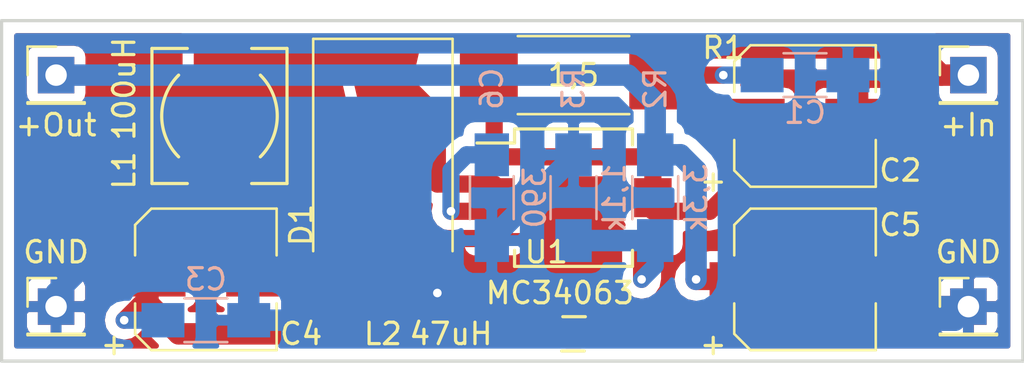
<source format=kicad_pcb>
(kicad_pcb (version 4) (host pcbnew 4.0.7)

  (general
    (links 28)
    (no_connects 0)
    (area 126.289999 67.869999 174.065001 83.895001)
    (thickness 1.6)
    (drawings 4)
    (tracks 79)
    (zones 0)
    (modules 17)
    (nets 9)
  )

  (page A4)
  (layers
    (0 F.Cu signal)
    (31 B.Cu signal)
    (32 B.Adhes user)
    (33 F.Adhes user)
    (34 B.Paste user)
    (35 F.Paste user)
    (36 B.SilkS user)
    (37 F.SilkS user)
    (38 B.Mask user)
    (39 F.Mask user)
    (40 Dwgs.User user)
    (41 Cmts.User user)
    (42 Eco1.User user)
    (43 Eco2.User user)
    (44 Edge.Cuts user)
    (45 Margin user)
    (46 B.CrtYd user)
    (47 F.CrtYd user)
    (48 B.Fab user)
    (49 F.Fab user)
  )

  (setup
    (last_trace_width 1)
    (user_trace_width 0.3)
    (user_trace_width 0.5)
    (user_trace_width 0.8)
    (user_trace_width 1)
    (user_trace_width 2)
    (trace_clearance 0.2)
    (zone_clearance 0.508)
    (zone_45_only no)
    (trace_min 0.2)
    (segment_width 0.2)
    (edge_width 0.15)
    (via_size 0.6)
    (via_drill 0.4)
    (via_min_size 0.4)
    (via_min_drill 0.3)
    (uvia_size 0.3)
    (uvia_drill 0.1)
    (uvias_allowed no)
    (uvia_min_size 0.2)
    (uvia_min_drill 0.1)
    (pcb_text_width 0.3)
    (pcb_text_size 1.5 1.5)
    (mod_edge_width 0.15)
    (mod_text_size 1 1)
    (mod_text_width 0.15)
    (pad_size 1.524 1.524)
    (pad_drill 0.762)
    (pad_to_mask_clearance 0.2)
    (aux_axis_origin 0 0)
    (visible_elements FFFFFF7F)
    (pcbplotparams
      (layerselection 0x00030_80000001)
      (usegerberextensions false)
      (excludeedgelayer true)
      (linewidth 0.100000)
      (plotframeref false)
      (viasonmask false)
      (mode 1)
      (useauxorigin false)
      (hpglpennumber 1)
      (hpglpenspeed 20)
      (hpglpendiameter 15)
      (hpglpenoverlay 2)
      (psnegative false)
      (psa4output false)
      (plotreference true)
      (plotvalue true)
      (plotinvisibletext false)
      (padsonsilk false)
      (subtractmaskfromsilk false)
      (outputformat 1)
      (mirror false)
      (drillshape 1)
      (scaleselection 1)
      (outputdirectory ""))
  )

  (net 0 "")
  (net 1 "Net-(C1-Pad1)")
  (net 2 GND)
  (net 3 "Net-(C3-Pad1)")
  (net 4 "Net-(C5-Pad1)")
  (net 5 "Net-(C6-Pad1)")
  (net 6 "Net-(D1-Pad1)")
  (net 7 "Net-(R1-Pad2)")
  (net 8 "Net-(R2-Pad1)")

  (net_class Default "Это класс цепей по умолчанию."
    (clearance 0.2)
    (trace_width 0.25)
    (via_dia 0.6)
    (via_drill 0.4)
    (uvia_dia 0.3)
    (uvia_drill 0.1)
    (add_net GND)
    (add_net "Net-(C1-Pad1)")
    (add_net "Net-(C3-Pad1)")
    (add_net "Net-(C5-Pad1)")
    (add_net "Net-(C6-Pad1)")
    (add_net "Net-(D1-Pad1)")
    (add_net "Net-(R1-Pad2)")
    (add_net "Net-(R2-Pad1)")
  )

  (module Capacitors_SMD:C_1206_HandSoldering (layer B.Cu) (tedit 58AA84D1) (tstamp 5B11B0DC)
    (at 163.83 70.485)
    (descr "Capacitor SMD 1206, hand soldering")
    (tags "capacitor 1206")
    (path /5B10442C)
    (attr smd)
    (fp_text reference C1 (at 0 1.75) (layer B.SilkS)
      (effects (font (size 1 1) (thickness 0.15)) (justify mirror))
    )
    (fp_text value 0,1 (at 0 -2) (layer B.Fab)
      (effects (font (size 1 1) (thickness 0.15)) (justify mirror))
    )
    (fp_text user %R (at 0 1.75) (layer B.Fab)
      (effects (font (size 1 1) (thickness 0.15)) (justify mirror))
    )
    (fp_line (start -1.6 -0.8) (end -1.6 0.8) (layer B.Fab) (width 0.1))
    (fp_line (start 1.6 -0.8) (end -1.6 -0.8) (layer B.Fab) (width 0.1))
    (fp_line (start 1.6 0.8) (end 1.6 -0.8) (layer B.Fab) (width 0.1))
    (fp_line (start -1.6 0.8) (end 1.6 0.8) (layer B.Fab) (width 0.1))
    (fp_line (start 1 1.02) (end -1 1.02) (layer B.SilkS) (width 0.12))
    (fp_line (start -1 -1.02) (end 1 -1.02) (layer B.SilkS) (width 0.12))
    (fp_line (start -3.25 1.05) (end 3.25 1.05) (layer B.CrtYd) (width 0.05))
    (fp_line (start -3.25 1.05) (end -3.25 -1.05) (layer B.CrtYd) (width 0.05))
    (fp_line (start 3.25 -1.05) (end 3.25 1.05) (layer B.CrtYd) (width 0.05))
    (fp_line (start 3.25 -1.05) (end -3.25 -1.05) (layer B.CrtYd) (width 0.05))
    (pad 1 smd rect (at -2 0) (size 2 1.6) (layers B.Cu B.Paste B.Mask)
      (net 1 "Net-(C1-Pad1)"))
    (pad 2 smd rect (at 2 0) (size 2 1.6) (layers B.Cu B.Paste B.Mask)
      (net 2 GND))
    (model Capacitors_SMD.3dshapes/C_1206.wrl
      (at (xyz 0 0 0))
      (scale (xyz 1 1 1))
      (rotate (xyz 0 0 0))
    )
  )

  (module Capacitors_SMD:CP_Elec_6.3x5.7 (layer F.Cu) (tedit 5B11E0E6) (tstamp 5B11B0E2)
    (at 163.83 72.39)
    (descr "SMT capacitor, aluminium electrolytic, 6.3x5.7")
    (path /5B104496)
    (attr smd)
    (fp_text reference C2 (at 4.445 2.54) (layer F.SilkS)
      (effects (font (size 1 1) (thickness 0.15)))
    )
    (fp_text value 100,0 (at 0 -4.56) (layer F.Fab)
      (effects (font (size 1 1) (thickness 0.15)))
    )
    (fp_circle (center 0 0) (end 0.6 3) (layer F.Fab) (width 0.1))
    (fp_text user + (at -1.79 -0.06) (layer F.Fab)
      (effects (font (size 1 1) (thickness 0.15)))
    )
    (fp_text user + (at -4.28 3.01) (layer F.SilkS)
      (effects (font (size 1 1) (thickness 0.15)))
    )
    (fp_text user %R (at 4.445 2.54) (layer F.Fab)
      (effects (font (size 1 1) (thickness 0.15)))
    )
    (fp_line (start 3.15 3.15) (end 3.15 -3.15) (layer F.Fab) (width 0.1))
    (fp_line (start -2.48 3.15) (end 3.15 3.15) (layer F.Fab) (width 0.1))
    (fp_line (start -3.15 2.48) (end -2.48 3.15) (layer F.Fab) (width 0.1))
    (fp_line (start -3.15 -2.48) (end -3.15 2.48) (layer F.Fab) (width 0.1))
    (fp_line (start -2.48 -3.15) (end -3.15 -2.48) (layer F.Fab) (width 0.1))
    (fp_line (start 3.15 -3.15) (end -2.48 -3.15) (layer F.Fab) (width 0.1))
    (fp_line (start 3.3 -3.3) (end 3.3 -1.12) (layer F.SilkS) (width 0.12))
    (fp_line (start 3.3 3.3) (end 3.3 1.12) (layer F.SilkS) (width 0.12))
    (fp_line (start -3.3 2.54) (end -3.3 1.12) (layer F.SilkS) (width 0.12))
    (fp_line (start -3.3 -2.54) (end -3.3 -1.12) (layer F.SilkS) (width 0.12))
    (fp_line (start 3.3 3.3) (end -2.54 3.3) (layer F.SilkS) (width 0.12))
    (fp_line (start -2.54 3.3) (end -3.3 2.54) (layer F.SilkS) (width 0.12))
    (fp_line (start -3.3 -2.54) (end -2.54 -3.3) (layer F.SilkS) (width 0.12))
    (fp_line (start -2.54 -3.3) (end 3.3 -3.3) (layer F.SilkS) (width 0.12))
    (fp_line (start -4.7 -3.4) (end 4.7 -3.4) (layer F.CrtYd) (width 0.05))
    (fp_line (start -4.7 -3.4) (end -4.7 3.4) (layer F.CrtYd) (width 0.05))
    (fp_line (start 4.7 3.4) (end 4.7 -3.4) (layer F.CrtYd) (width 0.05))
    (fp_line (start 4.7 3.4) (end -4.7 3.4) (layer F.CrtYd) (width 0.05))
    (pad 1 smd rect (at -2.7 0 180) (size 3.5 1.6) (layers F.Cu F.Paste F.Mask)
      (net 1 "Net-(C1-Pad1)"))
    (pad 2 smd rect (at 2.7 0 180) (size 3.5 1.6) (layers F.Cu F.Paste F.Mask)
      (net 2 GND))
    (model Capacitors_SMD.3dshapes/CP_Elec_6.3x5.7.wrl
      (at (xyz 0 0 0))
      (scale (xyz 1 1 1))
      (rotate (xyz 0 0 180))
    )
  )

  (module Capacitors_SMD:C_1206_HandSoldering (layer B.Cu) (tedit 5B11E019) (tstamp 5B11B0E8)
    (at 135.89 81.915)
    (descr "Capacitor SMD 1206, hand soldering")
    (tags "capacitor 1206")
    (path /5B1040CD)
    (attr smd)
    (fp_text reference C3 (at 0 -1.905) (layer B.SilkS)
      (effects (font (size 1 1) (thickness 0.15)) (justify mirror))
    )
    (fp_text value 0,1 (at 0 -2) (layer B.Fab)
      (effects (font (size 1 1) (thickness 0.15)) (justify mirror))
    )
    (fp_text user %R (at 0 1.75) (layer B.Fab)
      (effects (font (size 1 1) (thickness 0.15)) (justify mirror))
    )
    (fp_line (start -1.6 -0.8) (end -1.6 0.8) (layer B.Fab) (width 0.1))
    (fp_line (start 1.6 -0.8) (end -1.6 -0.8) (layer B.Fab) (width 0.1))
    (fp_line (start 1.6 0.8) (end 1.6 -0.8) (layer B.Fab) (width 0.1))
    (fp_line (start -1.6 0.8) (end 1.6 0.8) (layer B.Fab) (width 0.1))
    (fp_line (start 1 1.02) (end -1 1.02) (layer B.SilkS) (width 0.12))
    (fp_line (start -1 -1.02) (end 1 -1.02) (layer B.SilkS) (width 0.12))
    (fp_line (start -3.25 1.05) (end 3.25 1.05) (layer B.CrtYd) (width 0.05))
    (fp_line (start -3.25 1.05) (end -3.25 -1.05) (layer B.CrtYd) (width 0.05))
    (fp_line (start 3.25 -1.05) (end 3.25 1.05) (layer B.CrtYd) (width 0.05))
    (fp_line (start 3.25 -1.05) (end -3.25 -1.05) (layer B.CrtYd) (width 0.05))
    (pad 1 smd rect (at -2 0) (size 2 1.6) (layers B.Cu B.Paste B.Mask)
      (net 3 "Net-(C3-Pad1)"))
    (pad 2 smd rect (at 2 0) (size 2 1.6) (layers B.Cu B.Paste B.Mask)
      (net 2 GND))
    (model Capacitors_SMD.3dshapes/C_1206.wrl
      (at (xyz 0 0 0))
      (scale (xyz 1 1 1))
      (rotate (xyz 0 0 0))
    )
  )

  (module Capacitors_SMD:CP_Elec_6.3x5.7 (layer F.Cu) (tedit 5B11E12F) (tstamp 5B11B0EE)
    (at 135.89 80.01)
    (descr "SMT capacitor, aluminium electrolytic, 6.3x5.7")
    (path /5B103FE5)
    (attr smd)
    (fp_text reference C4 (at 4.445 2.54) (layer F.SilkS)
      (effects (font (size 1 1) (thickness 0.15)))
    )
    (fp_text value 220,0 (at 0 -4.56) (layer F.Fab)
      (effects (font (size 1 1) (thickness 0.15)))
    )
    (fp_circle (center 0 0) (end 0.6 3) (layer F.Fab) (width 0.1))
    (fp_text user + (at -1.79 -0.06) (layer F.Fab)
      (effects (font (size 1 1) (thickness 0.15)))
    )
    (fp_text user + (at -4.28 3.01) (layer F.SilkS)
      (effects (font (size 1 1) (thickness 0.15)))
    )
    (fp_text user %R (at 4.445 2.54) (layer F.Fab)
      (effects (font (size 1 1) (thickness 0.15)))
    )
    (fp_line (start 3.15 3.15) (end 3.15 -3.15) (layer F.Fab) (width 0.1))
    (fp_line (start -2.48 3.15) (end 3.15 3.15) (layer F.Fab) (width 0.1))
    (fp_line (start -3.15 2.48) (end -2.48 3.15) (layer F.Fab) (width 0.1))
    (fp_line (start -3.15 -2.48) (end -3.15 2.48) (layer F.Fab) (width 0.1))
    (fp_line (start -2.48 -3.15) (end -3.15 -2.48) (layer F.Fab) (width 0.1))
    (fp_line (start 3.15 -3.15) (end -2.48 -3.15) (layer F.Fab) (width 0.1))
    (fp_line (start 3.3 -3.3) (end 3.3 -1.12) (layer F.SilkS) (width 0.12))
    (fp_line (start 3.3 3.3) (end 3.3 1.12) (layer F.SilkS) (width 0.12))
    (fp_line (start -3.3 2.54) (end -3.3 1.12) (layer F.SilkS) (width 0.12))
    (fp_line (start -3.3 -2.54) (end -3.3 -1.12) (layer F.SilkS) (width 0.12))
    (fp_line (start 3.3 3.3) (end -2.54 3.3) (layer F.SilkS) (width 0.12))
    (fp_line (start -2.54 3.3) (end -3.3 2.54) (layer F.SilkS) (width 0.12))
    (fp_line (start -3.3 -2.54) (end -2.54 -3.3) (layer F.SilkS) (width 0.12))
    (fp_line (start -2.54 -3.3) (end 3.3 -3.3) (layer F.SilkS) (width 0.12))
    (fp_line (start -4.7 -3.4) (end 4.7 -3.4) (layer F.CrtYd) (width 0.05))
    (fp_line (start -4.7 -3.4) (end -4.7 3.4) (layer F.CrtYd) (width 0.05))
    (fp_line (start 4.7 3.4) (end 4.7 -3.4) (layer F.CrtYd) (width 0.05))
    (fp_line (start 4.7 3.4) (end -4.7 3.4) (layer F.CrtYd) (width 0.05))
    (pad 1 smd rect (at -2.7 0 180) (size 3.5 1.6) (layers F.Cu F.Paste F.Mask)
      (net 3 "Net-(C3-Pad1)"))
    (pad 2 smd rect (at 2.7 0 180) (size 3.5 1.6) (layers F.Cu F.Paste F.Mask)
      (net 2 GND))
    (model Capacitors_SMD.3dshapes/CP_Elec_6.3x5.7.wrl
      (at (xyz 0 0 0))
      (scale (xyz 1 1 1))
      (rotate (xyz 0 0 180))
    )
  )

  (module Capacitors_SMD:CP_Elec_6.3x5.7 (layer F.Cu) (tedit 5B11E0EB) (tstamp 5B11B0F4)
    (at 163.83 80.01)
    (descr "SMT capacitor, aluminium electrolytic, 6.3x5.7")
    (path /5B10405D)
    (attr smd)
    (fp_text reference C5 (at 4.445 -2.54) (layer F.SilkS)
      (effects (font (size 1 1) (thickness 0.15)))
    )
    (fp_text value 100,0 (at 0 -4.56) (layer F.Fab)
      (effects (font (size 1 1) (thickness 0.15)))
    )
    (fp_circle (center 0 0) (end 0.6 3) (layer F.Fab) (width 0.1))
    (fp_text user + (at -1.79 -0.06) (layer F.Fab)
      (effects (font (size 1 1) (thickness 0.15)))
    )
    (fp_text user + (at -4.28 3.01) (layer F.SilkS)
      (effects (font (size 1 1) (thickness 0.15)))
    )
    (fp_text user %R (at 4.445 -2.54) (layer F.Fab)
      (effects (font (size 1 1) (thickness 0.15)))
    )
    (fp_line (start 3.15 3.15) (end 3.15 -3.15) (layer F.Fab) (width 0.1))
    (fp_line (start -2.48 3.15) (end 3.15 3.15) (layer F.Fab) (width 0.1))
    (fp_line (start -3.15 2.48) (end -2.48 3.15) (layer F.Fab) (width 0.1))
    (fp_line (start -3.15 -2.48) (end -3.15 2.48) (layer F.Fab) (width 0.1))
    (fp_line (start -2.48 -3.15) (end -3.15 -2.48) (layer F.Fab) (width 0.1))
    (fp_line (start 3.15 -3.15) (end -2.48 -3.15) (layer F.Fab) (width 0.1))
    (fp_line (start 3.3 -3.3) (end 3.3 -1.12) (layer F.SilkS) (width 0.12))
    (fp_line (start 3.3 3.3) (end 3.3 1.12) (layer F.SilkS) (width 0.12))
    (fp_line (start -3.3 2.54) (end -3.3 1.12) (layer F.SilkS) (width 0.12))
    (fp_line (start -3.3 -2.54) (end -3.3 -1.12) (layer F.SilkS) (width 0.12))
    (fp_line (start 3.3 3.3) (end -2.54 3.3) (layer F.SilkS) (width 0.12))
    (fp_line (start -2.54 3.3) (end -3.3 2.54) (layer F.SilkS) (width 0.12))
    (fp_line (start -3.3 -2.54) (end -2.54 -3.3) (layer F.SilkS) (width 0.12))
    (fp_line (start -2.54 -3.3) (end 3.3 -3.3) (layer F.SilkS) (width 0.12))
    (fp_line (start -4.7 -3.4) (end 4.7 -3.4) (layer F.CrtYd) (width 0.05))
    (fp_line (start -4.7 -3.4) (end -4.7 3.4) (layer F.CrtYd) (width 0.05))
    (fp_line (start 4.7 3.4) (end 4.7 -3.4) (layer F.CrtYd) (width 0.05))
    (fp_line (start 4.7 3.4) (end -4.7 3.4) (layer F.CrtYd) (width 0.05))
    (pad 1 smd rect (at -2.7 0 180) (size 3.5 1.6) (layers F.Cu F.Paste F.Mask)
      (net 4 "Net-(C5-Pad1)"))
    (pad 2 smd rect (at 2.7 0 180) (size 3.5 1.6) (layers F.Cu F.Paste F.Mask)
      (net 2 GND))
    (model Capacitors_SMD.3dshapes/CP_Elec_6.3x5.7.wrl
      (at (xyz 0 0 0))
      (scale (xyz 1 1 1))
      (rotate (xyz 0 0 180))
    )
  )

  (module Capacitors_SMD:C_1206_HandSoldering (layer B.Cu) (tedit 5B11E0A4) (tstamp 5B11B0FA)
    (at 149.225 76.2 270)
    (descr "Capacitor SMD 1206, hand soldering")
    (tags "capacitor 1206")
    (path /5B103E5A)
    (attr smd)
    (fp_text reference C6 (at -5.08 0 270) (layer B.SilkS)
      (effects (font (size 1 1) (thickness 0.15)) (justify mirror))
    )
    (fp_text value 390 (at 0 -2 270) (layer B.SilkS)
      (effects (font (size 1 1) (thickness 0.15)) (justify mirror))
    )
    (fp_text user %R (at -5.08 0 270) (layer B.Fab)
      (effects (font (size 1 1) (thickness 0.15)) (justify mirror))
    )
    (fp_line (start -1.6 -0.8) (end -1.6 0.8) (layer B.Fab) (width 0.1))
    (fp_line (start 1.6 -0.8) (end -1.6 -0.8) (layer B.Fab) (width 0.1))
    (fp_line (start 1.6 0.8) (end 1.6 -0.8) (layer B.Fab) (width 0.1))
    (fp_line (start -1.6 0.8) (end 1.6 0.8) (layer B.Fab) (width 0.1))
    (fp_line (start 1 1.02) (end -1 1.02) (layer B.SilkS) (width 0.12))
    (fp_line (start -1 -1.02) (end 1 -1.02) (layer B.SilkS) (width 0.12))
    (fp_line (start -3.25 1.05) (end 3.25 1.05) (layer B.CrtYd) (width 0.05))
    (fp_line (start -3.25 1.05) (end -3.25 -1.05) (layer B.CrtYd) (width 0.05))
    (fp_line (start 3.25 -1.05) (end 3.25 1.05) (layer B.CrtYd) (width 0.05))
    (fp_line (start 3.25 -1.05) (end -3.25 -1.05) (layer B.CrtYd) (width 0.05))
    (pad 1 smd rect (at -2 0 270) (size 2 1.6) (layers B.Cu B.Paste B.Mask)
      (net 5 "Net-(C6-Pad1)"))
    (pad 2 smd rect (at 2 0 270) (size 2 1.6) (layers B.Cu B.Paste B.Mask)
      (net 2 GND))
    (model Capacitors_SMD.3dshapes/C_1206.wrl
      (at (xyz 0 0 0))
      (scale (xyz 1 1 1))
      (rotate (xyz 0 0 0))
    )
  )

  (module Diodes_SMD:D_SMB-SMC_Universal_Handsoldering (layer F.Cu) (tedit 5B11DFE1) (tstamp 5B11B100)
    (at 144.145 74.295 270)
    (descr "Diode, Universal, SMB(DO-214AA) or SMC (DO-214AB), Handsoldering,")
    (tags "Diode Universal SMB(DO-214AA) SMC (DO-214AB) Handsoldering ")
    (path /5B103EBC)
    (attr smd)
    (fp_text reference D1 (at 3.175 3.81 270) (layer F.SilkS)
      (effects (font (size 1 1) (thickness 0.15)))
    )
    (fp_text value SS34 (at 0 4.1 270) (layer F.Fab)
      (effects (font (size 1 1) (thickness 0.15)))
    )
    (fp_text user %R (at 0 -4.1 270) (layer F.Fab)
      (effects (font (size 1 1) (thickness 0.15)))
    )
    (fp_line (start -5.5 3.25) (end -5.5 -3.25) (layer F.SilkS) (width 0.12))
    (fp_line (start 3.55 3.1) (end -3.55 3.1) (layer F.Fab) (width 0.1))
    (fp_line (start -3.55 3.1) (end -3.55 -3.1) (layer F.Fab) (width 0.1))
    (fp_line (start 3.55 -3.1) (end 3.55 3.1) (layer F.Fab) (width 0.1))
    (fp_line (start 3.55 -3.1) (end -3.55 -3.1) (layer F.Fab) (width 0.1))
    (fp_line (start 2.3 2) (end -2.3 2) (layer F.Fab) (width 0.1))
    (fp_line (start -2.3 2) (end -2.3 -2) (layer F.Fab) (width 0.1))
    (fp_line (start 2.3 -2) (end 2.3 2) (layer F.Fab) (width 0.1))
    (fp_line (start 2.3 -2) (end -2.3 -2) (layer F.Fab) (width 0.1))
    (fp_line (start -5.6 -3.35) (end 5.6 -3.35) (layer F.CrtYd) (width 0.05))
    (fp_line (start 5.6 -3.35) (end 5.6 3.35) (layer F.CrtYd) (width 0.05))
    (fp_line (start 5.6 3.35) (end -5.6 3.35) (layer F.CrtYd) (width 0.05))
    (fp_line (start -5.6 3.35) (end -5.6 -3.35) (layer F.CrtYd) (width 0.05))
    (fp_line (start -0.64944 0.00102) (end -1.55114 0.00102) (layer F.Fab) (width 0.1))
    (fp_line (start 0.50118 0.00102) (end 1.4994 0.00102) (layer F.Fab) (width 0.1))
    (fp_line (start -0.64944 -0.79908) (end -0.64944 0.80112) (layer F.Fab) (width 0.1))
    (fp_line (start 0.50118 0.75032) (end 0.50118 -0.79908) (layer F.Fab) (width 0.1))
    (fp_line (start -0.64944 0.00102) (end 0.50118 0.75032) (layer F.Fab) (width 0.1))
    (fp_line (start -0.64944 0.00102) (end 0.50118 -0.79908) (layer F.Fab) (width 0.1))
    (fp_line (start -5.5 3.25) (end 4.4 3.25) (layer F.SilkS) (width 0.12))
    (fp_line (start -5.5 -3.25) (end 4.4 -3.25) (layer F.SilkS) (width 0.12))
    (pad 1 smd trapezoid (at -3.2 0 270) (size 4.3 2.6) (rect_delta 1 0 ) (layers F.Cu F.Paste F.Mask)
      (net 6 "Net-(D1-Pad1)"))
    (pad 2 smd trapezoid (at 3.2 0 90) (size 4.3 2.6) (rect_delta 1 0 ) (layers F.Cu F.Paste F.Mask)
      (net 2 GND))
    (model ${KISYS3DMOD}/Diodes_SMD.3dshapes/D_SMC.wrl
      (at (xyz 0 0 0))
      (scale (xyz 1 1 1))
      (rotate (xyz 0 0 0))
    )
  )

  (module Choke_SMD:Choke_SMD_6.3x6.3_H3 (layer F.Cu) (tedit 5B11DF7D) (tstamp 5B11B11A)
    (at 136.525 72.39 270)
    (descr "Choke, SMD, 6.3x6.3mm 3mm height")
    (tags "Choke, SMD")
    (path /5B103F40)
    (attr smd)
    (fp_text reference L1 (at 2.54 4.445 270) (layer F.SilkS)
      (effects (font (size 1 1) (thickness 0.15)))
    )
    (fp_text value 100uH (at -1.27 4.445 270) (layer F.SilkS)
      (effects (font (size 1 1) (thickness 0.15)))
    )
    (fp_line (start -3.75 -3.4) (end -3.75 3.4) (layer F.CrtYd) (width 0.05))
    (fp_line (start -3.75 3.4) (end 3.75 3.4) (layer F.CrtYd) (width 0.05))
    (fp_line (start 3.75 3.4) (end 3.75 -3.4) (layer F.CrtYd) (width 0.05))
    (fp_line (start 3.75 -3.4) (end -3.75 -3.4) (layer F.CrtYd) (width 0.05))
    (fp_arc (start 0 0) (end -1.905 -1.905) (angle 90) (layer F.SilkS) (width 0.15))
    (fp_arc (start 0 0) (end 1.905 1.905) (angle 90) (layer F.SilkS) (width 0.15))
    (fp_line (start 3.15 3.15) (end 3.15 1.5) (layer F.SilkS) (width 0.15))
    (fp_line (start 3.15 -3.15) (end 3.15 -1.5) (layer F.SilkS) (width 0.15))
    (fp_line (start -3.15 3.15) (end -3.15 1.5) (layer F.SilkS) (width 0.15))
    (fp_line (start -3.15 -3.15) (end -3.15 -1.5) (layer F.SilkS) (width 0.15))
    (fp_line (start -3.15 -3.15) (end 3.15 -3.15) (layer F.SilkS) (width 0.15))
    (fp_line (start -3.15 3.15) (end 3.15 3.15) (layer F.SilkS) (width 0.15))
    (pad 1 smd rect (at -2.75 0 270) (size 1.5 2.4) (layers F.Cu F.Paste F.Mask)
      (net 6 "Net-(D1-Pad1)"))
    (pad 2 smd rect (at 2.75 0 270) (size 1.5 2.4) (layers F.Cu F.Paste F.Mask)
      (net 3 "Net-(C3-Pad1)"))
  )

  (module Choke_SMD:Choke_SMD_1206_Handsoldering (layer F.Cu) (tedit 5B11E001) (tstamp 5B11B120)
    (at 153.035 82.55)
    (descr "Choke, Drossel, SMD, 1206, Handsoldering,")
    (tags "Choke, Drossel, SMD, 1206, Handsoldering,")
    (path /5B103FB9)
    (attr smd)
    (fp_text reference L2 (at -8.89 0) (layer F.SilkS)
      (effects (font (size 1 1) (thickness 0.15)))
    )
    (fp_text value 47uH (at -5.715 0) (layer F.SilkS)
      (effects (font (size 1 1) (thickness 0.15)))
    )
    (fp_line (start -0.55118 0.8001) (end 0.50038 0.8001) (layer F.SilkS) (width 0.15))
    (fp_line (start 0.55118 -0.8001) (end -0.50038 -0.8001) (layer F.SilkS) (width 0.15))
    (pad 1 smd rect (at -2.30124 0) (size 2.59842 1.19888) (layers F.Cu F.Paste F.Mask)
      (net 3 "Net-(C3-Pad1)"))
    (pad 2 smd rect (at 2.30124 0) (size 2.60096 1.19888) (layers F.Cu F.Paste F.Mask)
      (net 4 "Net-(C5-Pad1)"))
  )

  (module Resistors_SMD:R_1206_HandSoldering (layer B.Cu) (tedit 5B11E082) (tstamp 5B11B12C)
    (at 156.845 76.2 90)
    (descr "Resistor SMD 1206, hand soldering")
    (tags "resistor 1206")
    (path /5B104236)
    (attr smd)
    (fp_text reference R2 (at 5.08 0 90) (layer B.SilkS)
      (effects (font (size 1 1) (thickness 0.15)) (justify mirror))
    )
    (fp_text value 3,3k (at 0 1.905 90) (layer B.SilkS)
      (effects (font (size 1 1) (thickness 0.15)) (justify mirror))
    )
    (fp_text user %R (at 0 0 90) (layer B.Fab)
      (effects (font (size 0.7 0.7) (thickness 0.105)) (justify mirror))
    )
    (fp_line (start -1.6 -0.8) (end -1.6 0.8) (layer B.Fab) (width 0.1))
    (fp_line (start 1.6 -0.8) (end -1.6 -0.8) (layer B.Fab) (width 0.1))
    (fp_line (start 1.6 0.8) (end 1.6 -0.8) (layer B.Fab) (width 0.1))
    (fp_line (start -1.6 0.8) (end 1.6 0.8) (layer B.Fab) (width 0.1))
    (fp_line (start 1 -1.07) (end -1 -1.07) (layer B.SilkS) (width 0.12))
    (fp_line (start -1 1.07) (end 1 1.07) (layer B.SilkS) (width 0.12))
    (fp_line (start -3.25 1.11) (end 3.25 1.11) (layer B.CrtYd) (width 0.05))
    (fp_line (start -3.25 1.11) (end -3.25 -1.1) (layer B.CrtYd) (width 0.05))
    (fp_line (start 3.25 -1.1) (end 3.25 1.11) (layer B.CrtYd) (width 0.05))
    (fp_line (start 3.25 -1.1) (end -3.25 -1.1) (layer B.CrtYd) (width 0.05))
    (pad 1 smd rect (at -2 0 90) (size 2 1.7) (layers B.Cu B.Paste B.Mask)
      (net 8 "Net-(R2-Pad1)"))
    (pad 2 smd rect (at 2 0 90) (size 2 1.7) (layers B.Cu B.Paste B.Mask)
      (net 4 "Net-(C5-Pad1)"))
    (model ${KISYS3DMOD}/Resistors_SMD.3dshapes/R_1206.wrl
      (at (xyz 0 0 0))
      (scale (xyz 1 1 1))
      (rotate (xyz 0 0 0))
    )
  )

  (module Resistors_SMD:R_1206_HandSoldering (layer B.Cu) (tedit 5B11E091) (tstamp 5B11B132)
    (at 153.035 76.2 90)
    (descr "Resistor SMD 1206, hand soldering")
    (tags "resistor 1206")
    (path /5B1041BA)
    (attr smd)
    (fp_text reference R3 (at 5.08 0 90) (layer B.SilkS)
      (effects (font (size 1 1) (thickness 0.15)) (justify mirror))
    )
    (fp_text value 1,1k (at 0 1.905 90) (layer B.SilkS)
      (effects (font (size 1 1) (thickness 0.15)) (justify mirror))
    )
    (fp_text user %R (at 0 0 90) (layer B.Fab)
      (effects (font (size 0.7 0.7) (thickness 0.105)) (justify mirror))
    )
    (fp_line (start -1.6 -0.8) (end -1.6 0.8) (layer B.Fab) (width 0.1))
    (fp_line (start 1.6 -0.8) (end -1.6 -0.8) (layer B.Fab) (width 0.1))
    (fp_line (start 1.6 0.8) (end 1.6 -0.8) (layer B.Fab) (width 0.1))
    (fp_line (start -1.6 0.8) (end 1.6 0.8) (layer B.Fab) (width 0.1))
    (fp_line (start 1 -1.07) (end -1 -1.07) (layer B.SilkS) (width 0.12))
    (fp_line (start -1 1.07) (end 1 1.07) (layer B.SilkS) (width 0.12))
    (fp_line (start -3.25 1.11) (end 3.25 1.11) (layer B.CrtYd) (width 0.05))
    (fp_line (start -3.25 1.11) (end -3.25 -1.1) (layer B.CrtYd) (width 0.05))
    (fp_line (start 3.25 -1.1) (end 3.25 1.11) (layer B.CrtYd) (width 0.05))
    (fp_line (start 3.25 -1.1) (end -3.25 -1.1) (layer B.CrtYd) (width 0.05))
    (pad 1 smd rect (at -2 0 90) (size 2 1.7) (layers B.Cu B.Paste B.Mask)
      (net 8 "Net-(R2-Pad1)"))
    (pad 2 smd rect (at 2 0 90) (size 2 1.7) (layers B.Cu B.Paste B.Mask)
      (net 2 GND))
    (model ${KISYS3DMOD}/Resistors_SMD.3dshapes/R_1206.wrl
      (at (xyz 0 0 0))
      (scale (xyz 1 1 1))
      (rotate (xyz 0 0 0))
    )
  )

  (module Housings_SOIC:SO-8_5.3x6.2mm_Pitch1.27mm (layer F.Cu) (tedit 5B11DF5B) (tstamp 5B11B13E)
    (at 153.035 76.2)
    (descr "8-Lead Plastic Small Outline, 5.3x6.2mm Body (http://www.ti.com.cn/cn/lit/ds/symlink/tl7705a.pdf)")
    (tags "SOIC 1.27")
    (path /5B103DA8)
    (attr smd)
    (fp_text reference U1 (at -1.27 2.54) (layer F.SilkS)
      (effects (font (size 1 1) (thickness 0.15)))
    )
    (fp_text value MC34063 (at -0.635 4.445) (layer F.SilkS)
      (effects (font (size 1 1) (thickness 0.15)))
    )
    (fp_text user %R (at 0 0) (layer F.Fab)
      (effects (font (size 1 1) (thickness 0.15)))
    )
    (fp_line (start -1.65 -3.1) (end 2.65 -3.1) (layer F.Fab) (width 0.15))
    (fp_line (start 2.65 -3.1) (end 2.65 3.1) (layer F.Fab) (width 0.15))
    (fp_line (start 2.65 3.1) (end -2.65 3.1) (layer F.Fab) (width 0.15))
    (fp_line (start -2.65 3.1) (end -2.65 -2.1) (layer F.Fab) (width 0.15))
    (fp_line (start -2.65 -2.1) (end -1.65 -3.1) (layer F.Fab) (width 0.15))
    (fp_line (start -4.83 -3.35) (end -4.83 3.35) (layer F.CrtYd) (width 0.05))
    (fp_line (start 4.83 -3.35) (end 4.83 3.35) (layer F.CrtYd) (width 0.05))
    (fp_line (start -4.83 -3.35) (end 4.83 -3.35) (layer F.CrtYd) (width 0.05))
    (fp_line (start -4.83 3.35) (end 4.83 3.35) (layer F.CrtYd) (width 0.05))
    (fp_line (start -2.75 -3.205) (end -2.75 -2.55) (layer F.SilkS) (width 0.15))
    (fp_line (start 2.75 -3.205) (end 2.75 -2.455) (layer F.SilkS) (width 0.15))
    (fp_line (start 2.75 3.205) (end 2.75 2.455) (layer F.SilkS) (width 0.15))
    (fp_line (start -2.75 3.205) (end -2.75 2.455) (layer F.SilkS) (width 0.15))
    (fp_line (start -2.75 -3.205) (end 2.75 -3.205) (layer F.SilkS) (width 0.15))
    (fp_line (start -2.75 3.205) (end 2.75 3.205) (layer F.SilkS) (width 0.15))
    (fp_line (start -2.75 -2.55) (end -4.5 -2.55) (layer F.SilkS) (width 0.15))
    (pad 1 smd rect (at -3.7 -1.905) (size 1.75 0.55) (layers F.Cu F.Paste F.Mask)
      (net 7 "Net-(R1-Pad2)"))
    (pad 2 smd rect (at -3.7 -0.635) (size 1.75 0.55) (layers F.Cu F.Paste F.Mask)
      (net 6 "Net-(D1-Pad1)"))
    (pad 3 smd rect (at -3.7 0.635) (size 1.75 0.55) (layers F.Cu F.Paste F.Mask)
      (net 5 "Net-(C6-Pad1)"))
    (pad 4 smd rect (at -3.7 1.905) (size 1.75 0.55) (layers F.Cu F.Paste F.Mask)
      (net 2 GND))
    (pad 5 smd rect (at 3.7 1.905) (size 1.75 0.55) (layers F.Cu F.Paste F.Mask)
      (net 8 "Net-(R2-Pad1)"))
    (pad 6 smd rect (at 3.7 0.635) (size 1.75 0.55) (layers F.Cu F.Paste F.Mask)
      (net 1 "Net-(C1-Pad1)"))
    (pad 7 smd rect (at 3.7 -0.635) (size 1.75 0.55) (layers F.Cu F.Paste F.Mask)
      (net 7 "Net-(R1-Pad2)"))
    (pad 8 smd rect (at 3.7 -1.905) (size 1.75 0.55) (layers F.Cu F.Paste F.Mask)
      (net 7 "Net-(R1-Pad2)"))
    (model ${KISYS3DMOD}/Housings_SOIC.3dshapes/SO-8_5.3x6.2mm_Pitch1.27mm.wrl
      (at (xyz 0 0 0))
      (scale (xyz 1 1 1))
      (rotate (xyz 0 0 0))
    )
  )

  (module Pin_Headers:Pin_Header_Straight_1x01_Pitch2.54mm (layer F.Cu) (tedit 5B11E10C) (tstamp 5B11B1E1)
    (at 171.45 70.485)
    (descr "Through hole straight pin header, 1x01, 2.54mm pitch, single row")
    (tags "Through hole pin header THT 1x01 2.54mm single row")
    (path /5B104656)
    (fp_text reference J1 (at 0 3.81) (layer F.SilkS) hide
      (effects (font (size 1 1) (thickness 0.15)))
    )
    (fp_text value +In (at 0 2.33) (layer F.SilkS)
      (effects (font (size 1 1) (thickness 0.15)))
    )
    (fp_line (start -0.635 -1.27) (end 1.27 -1.27) (layer F.Fab) (width 0.1))
    (fp_line (start 1.27 -1.27) (end 1.27 1.27) (layer F.Fab) (width 0.1))
    (fp_line (start 1.27 1.27) (end -1.27 1.27) (layer F.Fab) (width 0.1))
    (fp_line (start -1.27 1.27) (end -1.27 -0.635) (layer F.Fab) (width 0.1))
    (fp_line (start -1.27 -0.635) (end -0.635 -1.27) (layer F.Fab) (width 0.1))
    (fp_line (start -1.33 1.33) (end 1.33 1.33) (layer F.SilkS) (width 0.12))
    (fp_line (start -1.33 1.27) (end -1.33 1.33) (layer F.SilkS) (width 0.12))
    (fp_line (start 1.33 1.27) (end 1.33 1.33) (layer F.SilkS) (width 0.12))
    (fp_line (start -1.33 1.27) (end 1.33 1.27) (layer F.SilkS) (width 0.12))
    (fp_line (start -1.33 0) (end -1.33 -1.33) (layer F.SilkS) (width 0.12))
    (fp_line (start -1.33 -1.33) (end 0 -1.33) (layer F.SilkS) (width 0.12))
    (fp_line (start -1.8 -1.8) (end -1.8 1.8) (layer F.CrtYd) (width 0.05))
    (fp_line (start -1.8 1.8) (end 1.8 1.8) (layer F.CrtYd) (width 0.05))
    (fp_line (start 1.8 1.8) (end 1.8 -1.8) (layer F.CrtYd) (width 0.05))
    (fp_line (start 1.8 -1.8) (end -1.8 -1.8) (layer F.CrtYd) (width 0.05))
    (fp_text user %R (at 0 0 90) (layer F.Fab)
      (effects (font (size 1 1) (thickness 0.15)))
    )
    (pad 1 thru_hole rect (at 0 0) (size 1.7 1.7) (drill 1) (layers *.Cu *.Mask)
      (net 1 "Net-(C1-Pad1)"))
    (model ${KISYS3DMOD}/Pin_Headers.3dshapes/Pin_Header_Straight_1x01_Pitch2.54mm.wrl
      (at (xyz 0 0 0))
      (scale (xyz 1 1 1))
      (rotate (xyz 0 0 0))
    )
  )

  (module Pin_Headers:Pin_Header_Straight_1x01_Pitch2.54mm (layer F.Cu) (tedit 5B11E118) (tstamp 5B11B1E5)
    (at 128.905 70.485)
    (descr "Through hole straight pin header, 1x01, 2.54mm pitch, single row")
    (tags "Through hole pin header THT 1x01 2.54mm single row")
    (path /5B1046EE)
    (fp_text reference J2 (at -1.27 3.81) (layer F.SilkS) hide
      (effects (font (size 1 1) (thickness 0.15)))
    )
    (fp_text value +Out (at 0 2.33) (layer F.SilkS)
      (effects (font (size 1 1) (thickness 0.15)))
    )
    (fp_line (start -0.635 -1.27) (end 1.27 -1.27) (layer F.Fab) (width 0.1))
    (fp_line (start 1.27 -1.27) (end 1.27 1.27) (layer F.Fab) (width 0.1))
    (fp_line (start 1.27 1.27) (end -1.27 1.27) (layer F.Fab) (width 0.1))
    (fp_line (start -1.27 1.27) (end -1.27 -0.635) (layer F.Fab) (width 0.1))
    (fp_line (start -1.27 -0.635) (end -0.635 -1.27) (layer F.Fab) (width 0.1))
    (fp_line (start -1.33 1.33) (end 1.33 1.33) (layer F.SilkS) (width 0.12))
    (fp_line (start -1.33 1.27) (end -1.33 1.33) (layer F.SilkS) (width 0.12))
    (fp_line (start 1.33 1.27) (end 1.33 1.33) (layer F.SilkS) (width 0.12))
    (fp_line (start -1.33 1.27) (end 1.33 1.27) (layer F.SilkS) (width 0.12))
    (fp_line (start -1.33 0) (end -1.33 -1.33) (layer F.SilkS) (width 0.12))
    (fp_line (start -1.33 -1.33) (end 0 -1.33) (layer F.SilkS) (width 0.12))
    (fp_line (start -1.8 -1.8) (end -1.8 1.8) (layer F.CrtYd) (width 0.05))
    (fp_line (start -1.8 1.8) (end 1.8 1.8) (layer F.CrtYd) (width 0.05))
    (fp_line (start 1.8 1.8) (end 1.8 -1.8) (layer F.CrtYd) (width 0.05))
    (fp_line (start 1.8 -1.8) (end -1.8 -1.8) (layer F.CrtYd) (width 0.05))
    (fp_text user %R (at 0 0 90) (layer F.Fab)
      (effects (font (size 1 1) (thickness 0.15)))
    )
    (pad 1 thru_hole rect (at 0 0) (size 1.7 1.7) (drill 1) (layers *.Cu *.Mask)
      (net 4 "Net-(C5-Pad1)"))
    (model ${KISYS3DMOD}/Pin_Headers.3dshapes/Pin_Header_Straight_1x01_Pitch2.54mm.wrl
      (at (xyz 0 0 0))
      (scale (xyz 1 1 1))
      (rotate (xyz 0 0 0))
    )
  )

  (module Pin_Headers:Pin_Header_Straight_1x01_Pitch2.54mm (layer F.Cu) (tedit 5B11E110) (tstamp 5B11B1E9)
    (at 171.45 81.28)
    (descr "Through hole straight pin header, 1x01, 2.54mm pitch, single row")
    (tags "Through hole pin header THT 1x01 2.54mm single row")
    (path /5B104804)
    (fp_text reference J3 (at 0 -3.81) (layer F.SilkS) hide
      (effects (font (size 1 1) (thickness 0.15)))
    )
    (fp_text value GND (at 0 -2.54) (layer F.SilkS)
      (effects (font (size 1 1) (thickness 0.15)))
    )
    (fp_line (start -0.635 -1.27) (end 1.27 -1.27) (layer F.Fab) (width 0.1))
    (fp_line (start 1.27 -1.27) (end 1.27 1.27) (layer F.Fab) (width 0.1))
    (fp_line (start 1.27 1.27) (end -1.27 1.27) (layer F.Fab) (width 0.1))
    (fp_line (start -1.27 1.27) (end -1.27 -0.635) (layer F.Fab) (width 0.1))
    (fp_line (start -1.27 -0.635) (end -0.635 -1.27) (layer F.Fab) (width 0.1))
    (fp_line (start -1.33 1.33) (end 1.33 1.33) (layer F.SilkS) (width 0.12))
    (fp_line (start -1.33 1.27) (end -1.33 1.33) (layer F.SilkS) (width 0.12))
    (fp_line (start 1.33 1.27) (end 1.33 1.33) (layer F.SilkS) (width 0.12))
    (fp_line (start -1.33 1.27) (end 1.33 1.27) (layer F.SilkS) (width 0.12))
    (fp_line (start -1.33 0) (end -1.33 -1.33) (layer F.SilkS) (width 0.12))
    (fp_line (start -1.33 -1.33) (end 0 -1.33) (layer F.SilkS) (width 0.12))
    (fp_line (start -1.8 -1.8) (end -1.8 1.8) (layer F.CrtYd) (width 0.05))
    (fp_line (start -1.8 1.8) (end 1.8 1.8) (layer F.CrtYd) (width 0.05))
    (fp_line (start 1.8 1.8) (end 1.8 -1.8) (layer F.CrtYd) (width 0.05))
    (fp_line (start 1.8 -1.8) (end -1.8 -1.8) (layer F.CrtYd) (width 0.05))
    (fp_text user %R (at 0 0 90) (layer F.Fab)
      (effects (font (size 1 1) (thickness 0.15)))
    )
    (pad 1 thru_hole rect (at 0 0) (size 1.7 1.7) (drill 1) (layers *.Cu *.Mask)
      (net 2 GND))
    (model ${KISYS3DMOD}/Pin_Headers.3dshapes/Pin_Header_Straight_1x01_Pitch2.54mm.wrl
      (at (xyz 0 0 0))
      (scale (xyz 1 1 1))
      (rotate (xyz 0 0 0))
    )
  )

  (module Pin_Headers:Pin_Header_Straight_1x01_Pitch2.54mm (layer F.Cu) (tedit 5B11E115) (tstamp 5B11B1ED)
    (at 128.905 81.28)
    (descr "Through hole straight pin header, 1x01, 2.54mm pitch, single row")
    (tags "Through hole pin header THT 1x01 2.54mm single row")
    (path /5B10476B)
    (fp_text reference J4 (at -1.27 -3.81) (layer F.SilkS) hide
      (effects (font (size 1 1) (thickness 0.15)))
    )
    (fp_text value GND (at 0 -2.54) (layer F.SilkS)
      (effects (font (size 1 1) (thickness 0.15)))
    )
    (fp_line (start -0.635 -1.27) (end 1.27 -1.27) (layer F.Fab) (width 0.1))
    (fp_line (start 1.27 -1.27) (end 1.27 1.27) (layer F.Fab) (width 0.1))
    (fp_line (start 1.27 1.27) (end -1.27 1.27) (layer F.Fab) (width 0.1))
    (fp_line (start -1.27 1.27) (end -1.27 -0.635) (layer F.Fab) (width 0.1))
    (fp_line (start -1.27 -0.635) (end -0.635 -1.27) (layer F.Fab) (width 0.1))
    (fp_line (start -1.33 1.33) (end 1.33 1.33) (layer F.SilkS) (width 0.12))
    (fp_line (start -1.33 1.27) (end -1.33 1.33) (layer F.SilkS) (width 0.12))
    (fp_line (start 1.33 1.27) (end 1.33 1.33) (layer F.SilkS) (width 0.12))
    (fp_line (start -1.33 1.27) (end 1.33 1.27) (layer F.SilkS) (width 0.12))
    (fp_line (start -1.33 0) (end -1.33 -1.33) (layer F.SilkS) (width 0.12))
    (fp_line (start -1.33 -1.33) (end 0 -1.33) (layer F.SilkS) (width 0.12))
    (fp_line (start -1.8 -1.8) (end -1.8 1.8) (layer F.CrtYd) (width 0.05))
    (fp_line (start -1.8 1.8) (end 1.8 1.8) (layer F.CrtYd) (width 0.05))
    (fp_line (start 1.8 1.8) (end 1.8 -1.8) (layer F.CrtYd) (width 0.05))
    (fp_line (start 1.8 -1.8) (end -1.8 -1.8) (layer F.CrtYd) (width 0.05))
    (fp_text user %R (at 0 0 90) (layer F.Fab)
      (effects (font (size 1 1) (thickness 0.15)))
    )
    (pad 1 thru_hole rect (at 0 0) (size 1.7 1.7) (drill 1) (layers *.Cu *.Mask)
      (net 2 GND))
    (model ${KISYS3DMOD}/Pin_Headers.3dshapes/Pin_Header_Straight_1x01_Pitch2.54mm.wrl
      (at (xyz 0 0 0))
      (scale (xyz 1 1 1))
      (rotate (xyz 0 0 0))
    )
  )

  (module Resistors_SMD:R_2512_HandSoldering (layer F.Cu) (tedit 5B11E04B) (tstamp 5B11B1F1)
    (at 153.035 70.485 180)
    (descr "Resistor SMD 2512, hand soldering")
    (tags "resistor 2512")
    (path /5B103E0B)
    (attr smd)
    (fp_text reference R1 (at -6.985 1.27 180) (layer F.SilkS)
      (effects (font (size 1 1) (thickness 0.15)))
    )
    (fp_text value 1,5 (at 0 0 180) (layer F.SilkS)
      (effects (font (size 1 1) (thickness 0.15)))
    )
    (fp_text user %R (at -6.985 1.27 180) (layer F.Fab)
      (effects (font (size 1 1) (thickness 0.15)))
    )
    (fp_line (start -3.15 1.6) (end -3.15 -1.6) (layer F.Fab) (width 0.1))
    (fp_line (start 3.15 1.6) (end -3.15 1.6) (layer F.Fab) (width 0.1))
    (fp_line (start 3.15 -1.6) (end 3.15 1.6) (layer F.Fab) (width 0.1))
    (fp_line (start -3.15 -1.6) (end 3.15 -1.6) (layer F.Fab) (width 0.1))
    (fp_line (start 2.6 1.82) (end -2.6 1.82) (layer F.SilkS) (width 0.12))
    (fp_line (start -2.6 -1.82) (end 2.6 -1.82) (layer F.SilkS) (width 0.12))
    (fp_line (start -5.56 -1.85) (end 5.55 -1.85) (layer F.CrtYd) (width 0.05))
    (fp_line (start -5.56 -1.85) (end -5.56 1.85) (layer F.CrtYd) (width 0.05))
    (fp_line (start 5.55 1.85) (end 5.55 -1.85) (layer F.CrtYd) (width 0.05))
    (fp_line (start 5.55 1.85) (end -5.56 1.85) (layer F.CrtYd) (width 0.05))
    (pad 1 smd rect (at -3.95 0 180) (size 2.7 3.2) (layers F.Cu F.Paste F.Mask)
      (net 1 "Net-(C1-Pad1)"))
    (pad 2 smd rect (at 3.95 0 180) (size 2.7 3.2) (layers F.Cu F.Paste F.Mask)
      (net 7 "Net-(R1-Pad2)"))
    (model ${KISYS3DMOD}/Resistors_SMD.3dshapes/R_2512.wrl
      (at (xyz 0 0 0))
      (scale (xyz 1 1 1))
      (rotate (xyz 0 0 0))
    )
  )

  (gr_line (start 126.365 83.82) (end 126.365 67.945) (angle 90) (layer Edge.Cuts) (width 0.15))
  (gr_line (start 173.99 83.82) (end 126.365 83.82) (angle 90) (layer Edge.Cuts) (width 0.15))
  (gr_line (start 173.99 67.945) (end 173.99 83.82) (angle 90) (layer Edge.Cuts) (width 0.15))
  (gr_line (start 126.365 67.945) (end 173.99 67.945) (angle 90) (layer Edge.Cuts) (width 0.15))

  (segment (start 156.735 76.835) (end 159.385 76.835) (width 0.8) (layer F.Cu) (net 1))
  (segment (start 161.13 75.09) (end 161.13 72.39) (width 0.8) (layer F.Cu) (net 1) (tstamp 5B11DCFC))
  (segment (start 159.385 76.835) (end 161.13 75.09) (width 0.8) (layer F.Cu) (net 1) (tstamp 5B11DCF9))
  (segment (start 161.13 72.39) (end 158.89 72.39) (width 1) (layer F.Cu) (net 1))
  (segment (start 158.89 72.39) (end 156.985 70.485) (width 1) (layer F.Cu) (net 1) (tstamp 5B11DCE7))
  (segment (start 161.83 70.485) (end 160.02 70.485) (width 0.8) (layer B.Cu) (net 1))
  (segment (start 160.02 70.485) (end 156.985 70.485) (width 0.8) (layer F.Cu) (net 1) (tstamp 5B11DCD6))
  (via (at 160.02 70.485) (size 0.6) (drill 0.4) (layers F.Cu B.Cu) (net 1))
  (segment (start 171.45 70.485) (end 170.18 70.485) (width 1) (layer F.Cu) (net 1))
  (segment (start 168.91 69.215) (end 158.255 69.215) (width 1) (layer F.Cu) (net 1) (tstamp 5B11DB95))
  (segment (start 170.18 70.485) (end 168.91 69.215) (width 1) (layer F.Cu) (net 1) (tstamp 5B11DB93))
  (segment (start 158.255 69.215) (end 156.985 70.485) (width 1) (layer F.Cu) (net 1) (tstamp 5B11DB98))
  (segment (start 146.685 81.915) (end 146.685 80.645) (width 1) (layer B.Cu) (net 2))
  (segment (start 146.685 80.645) (end 146.685 78.105) (width 1) (layer F.Cu) (net 2) (tstamp 5B11DDEC))
  (via (at 146.685 80.645) (size 0.6) (drill 0.4) (layers F.Cu B.Cu) (net 2))
  (segment (start 128.905 81.28) (end 128.905 80.645) (width 1) (layer B.Cu) (net 2))
  (segment (start 128.905 80.645) (end 130.175 79.375) (width 1) (layer B.Cu) (net 2) (tstamp 5B11DD95))
  (segment (start 130.175 79.375) (end 137.16 79.375) (width 1) (layer B.Cu) (net 2) (tstamp 5B11DD97))
  (segment (start 137.16 79.375) (end 137.89 80.105) (width 1) (layer B.Cu) (net 2) (tstamp 5B11DD9B))
  (segment (start 137.89 80.105) (end 137.89 81.915) (width 1) (layer B.Cu) (net 2) (tstamp 5B11DD9C))
  (segment (start 137.89 81.915) (end 146.685 81.915) (width 1) (layer B.Cu) (net 2))
  (segment (start 146.685 81.915) (end 170.815 81.915) (width 1) (layer B.Cu) (net 2) (tstamp 5B11DDE8))
  (segment (start 170.815 81.915) (end 171.45 81.28) (width 1) (layer B.Cu) (net 2) (tstamp 5B11DC40))
  (segment (start 149.225 78.2) (end 149.225 78.105) (width 1) (layer B.Cu) (net 2))
  (segment (start 149.225 78.105) (end 153.035 74.295) (width 1) (layer B.Cu) (net 2) (tstamp 5B11DC34))
  (segment (start 153.035 74.295) (end 153.035 74.2) (width 1) (layer B.Cu) (net 2) (tstamp 5B11DC35))
  (segment (start 165.83 70.485) (end 165.83 78.835) (width 1) (layer B.Cu) (net 2))
  (segment (start 168.275 81.28) (end 171.45 81.28) (width 1) (layer B.Cu) (net 2) (tstamp 5B11DC24))
  (segment (start 165.83 78.835) (end 168.275 81.28) (width 1) (layer B.Cu) (net 2) (tstamp 5B11DC22))
  (segment (start 166.53 72.39) (end 166.53 80.01) (width 1) (layer F.Cu) (net 2))
  (segment (start 171.45 81.28) (end 167.8 81.28) (width 1) (layer F.Cu) (net 2))
  (segment (start 167.8 81.28) (end 166.53 80.01) (width 1) (layer F.Cu) (net 2) (tstamp 5B11DBF1))
  (segment (start 138.59 80.01) (end 141.63 80.01) (width 1) (layer F.Cu) (net 2))
  (segment (start 141.63 80.01) (end 144.145 77.495) (width 1) (layer F.Cu) (net 2) (tstamp 5B11DBE4))
  (segment (start 149.335 78.105) (end 146.685 78.105) (width 0.8) (layer F.Cu) (net 2))
  (segment (start 146.685 78.105) (end 144.755 78.105) (width 0.8) (layer F.Cu) (net 2) (tstamp 5B11DDEF))
  (segment (start 144.755 78.105) (end 144.145 77.495) (width 0.8) (layer F.Cu) (net 2) (tstamp 5B11DBD4))
  (segment (start 133.89 81.915) (end 132.08 81.915) (width 0.8) (layer B.Cu) (net 3))
  (segment (start 132.08 81.915) (end 133.19 80.805) (width 0.8) (layer F.Cu) (net 3) (tstamp 5B11DD8B))
  (via (at 132.08 81.915) (size 0.6) (drill 0.4) (layers F.Cu B.Cu) (net 3))
  (segment (start 133.19 80.805) (end 133.19 80.01) (width 0.8) (layer F.Cu) (net 3) (tstamp 5B11DD8C))
  (segment (start 136.525 75.14) (end 134.41 75.14) (width 1) (layer F.Cu) (net 3))
  (segment (start 133.19 76.36) (end 133.19 80.01) (width 1) (layer F.Cu) (net 3) (tstamp 5B11DC13))
  (segment (start 134.41 75.14) (end 133.19 76.36) (width 1) (layer F.Cu) (net 3) (tstamp 5B11DC10))
  (segment (start 150.73376 82.55) (end 134.62 82.55) (width 1) (layer F.Cu) (net 3))
  (segment (start 133.19 81.12) (end 133.19 80.01) (width 1) (layer F.Cu) (net 3) (tstamp 5B11DC0C))
  (segment (start 134.62 82.55) (end 133.19 81.12) (width 1) (layer F.Cu) (net 3) (tstamp 5B11DC06))
  (segment (start 158.75 80.01) (end 161.13 80.01) (width 1) (layer F.Cu) (net 4) (tstamp 5B11DD2F))
  (via (at 158.75 80.01) (size 0.6) (drill 0.4) (layers F.Cu B.Cu) (net 4))
  (segment (start 128.905 70.485) (end 155.575 70.485) (width 1) (layer B.Cu) (net 4))
  (segment (start 156.845 71.755) (end 156.845 74.2) (width 1) (layer B.Cu) (net 4) (tstamp 5B11DD3D))
  (segment (start 155.575 70.485) (end 156.845 71.755) (width 1) (layer B.Cu) (net 4) (tstamp 5B11DD39))
  (segment (start 156.845 74.2) (end 158.02 74.2) (width 1) (layer B.Cu) (net 4))
  (segment (start 158.75 74.93) (end 158.75 80.01) (width 1) (layer B.Cu) (net 4) (tstamp 5B11DD26))
  (segment (start 158.02 74.2) (end 158.75 74.93) (width 1) (layer B.Cu) (net 4) (tstamp 5B11DD20))
  (segment (start 155.33624 82.55) (end 160.02 82.55) (width 1) (layer F.Cu) (net 4))
  (segment (start 161.13 81.44) (end 161.13 80.01) (width 1) (layer F.Cu) (net 4) (tstamp 5B11DC00))
  (segment (start 160.02 82.55) (end 161.13 81.44) (width 1) (layer F.Cu) (net 4) (tstamp 5B11DBFD))
  (segment (start 149.225 74.2) (end 148.05 74.2) (width 0.8) (layer B.Cu) (net 5))
  (segment (start 147.32 76.835) (end 149.335 76.835) (width 0.8) (layer F.Cu) (net 5) (tstamp 5B11DCC2))
  (via (at 147.32 76.835) (size 0.6) (drill 0.4) (layers F.Cu B.Cu) (net 5))
  (segment (start 147.32 74.93) (end 147.32 76.835) (width 0.8) (layer B.Cu) (net 5) (tstamp 5B11DCBF))
  (segment (start 148.05 74.2) (end 147.32 74.93) (width 0.8) (layer B.Cu) (net 5) (tstamp 5B11DCBC))
  (segment (start 136.525 69.64) (end 142.69 69.64) (width 1) (layer F.Cu) (net 6))
  (segment (start 142.69 69.64) (end 144.145 71.095) (width 1) (layer F.Cu) (net 6) (tstamp 5B11DBE9))
  (segment (start 149.335 75.565) (end 146.685 75.565) (width 0.8) (layer F.Cu) (net 6))
  (segment (start 146.685 72.39) (end 145.39 71.095) (width 0.8) (layer F.Cu) (net 6) (tstamp 5B11DBCE))
  (segment (start 146.685 75.565) (end 146.685 72.39) (width 0.8) (layer F.Cu) (net 6) (tstamp 5B11DBCB))
  (segment (start 145.39 71.095) (end 144.145 71.095) (width 0.8) (layer F.Cu) (net 6) (tstamp 5B11DBD1))
  (segment (start 149.335 74.295) (end 149.335 70.735) (width 0.8) (layer F.Cu) (net 7))
  (segment (start 149.335 70.735) (end 149.085 70.485) (width 0.8) (layer F.Cu) (net 7) (tstamp 5B11DBC4))
  (segment (start 156.735 74.295) (end 156.735 75.565) (width 0.8) (layer F.Cu) (net 7))
  (segment (start 149.335 74.295) (end 156.735 74.295) (width 0.8) (layer F.Cu) (net 7))
  (segment (start 156.21 80.01) (end 156.21 78.63) (width 0.8) (layer F.Cu) (net 8))
  (segment (start 156.21 78.63) (end 156.735 78.105) (width 0.8) (layer F.Cu) (net 8) (tstamp 5B11DE63))
  (segment (start 156.845 79.375) (end 156.845 78.2) (width 0.8) (layer B.Cu) (net 8) (tstamp 5B11DD54))
  (segment (start 156.21 80.01) (end 156.845 79.375) (width 0.8) (layer B.Cu) (net 8) (tstamp 5B11DD53))
  (via (at 156.21 80.01) (size 0.6) (drill 0.4) (layers F.Cu B.Cu) (net 8))
  (segment (start 153.035 78.2) (end 156.845 78.2) (width 1) (layer B.Cu) (net 8))

  (zone (net 2) (net_name GND) (layer F.Cu) (tstamp 5B11DDF9) (hatch edge 0.508)
    (connect_pads (clearance 0.508))
    (min_thickness 0.254)
    (fill yes (arc_segments 16) (thermal_gap 0.508) (thermal_bridge_width 0.508))
    (polygon
      (pts
        (xy 173.99 83.82) (xy 126.365 83.82) (xy 126.365 67.945) (xy 173.99 67.945)
      )
    )
    (filled_polygon
      (pts
        (xy 134.67756 68.89) (xy 134.67756 70.39) (xy 134.721838 70.625317) (xy 134.86091 70.841441) (xy 135.07311 70.986431)
        (xy 135.325 71.03744) (xy 137.725 71.03744) (xy 137.960317 70.993162) (xy 138.176441 70.85409) (xy 138.230481 70.775)
        (xy 142.105864 70.775) (xy 142.714388 73.391654) (xy 142.88091 73.696441) (xy 143.09311 73.841431) (xy 143.345 73.89244)
        (xy 144.945 73.89244) (xy 145.279585 73.799285) (xy 145.468872 73.625443) (xy 145.575612 73.391654) (xy 145.65 73.071786)
        (xy 145.65 75.518214) (xy 145.575612 75.198346) (xy 145.40909 74.893559) (xy 145.19689 74.748569) (xy 144.945 74.69756)
        (xy 144.272 74.69756) (xy 144.272 77.368) (xy 146.080183 77.368) (xy 145.765914 76.016645) (xy 145.953144 76.296856)
        (xy 146.288923 76.521215) (xy 146.34519 76.532407) (xy 146.285 76.835) (xy 146.363785 77.231077) (xy 146.588144 77.566856)
        (xy 146.923923 77.791215) (xy 147.32 77.87) (xy 147.87575 77.87) (xy 147.98375 77.978) (xy 149.208 77.978)
        (xy 149.208 77.958) (xy 149.462 77.958) (xy 149.462 77.978) (xy 150.68625 77.978) (xy 150.845 77.81925)
        (xy 150.845 77.70369) (xy 150.748327 77.470301) (xy 150.738839 77.460814) (xy 150.806431 77.36189) (xy 150.85744 77.11)
        (xy 150.85744 76.56) (xy 150.813162 76.324683) (xy 150.732752 76.199723) (xy 150.806431 76.09189) (xy 150.85744 75.84)
        (xy 150.85744 75.33) (xy 155.21256 75.33) (xy 155.21256 75.84) (xy 155.256838 76.075317) (xy 155.337248 76.200277)
        (xy 155.263569 76.30811) (xy 155.21256 76.56) (xy 155.21256 77.11) (xy 155.256838 77.345317) (xy 155.337248 77.470277)
        (xy 155.263569 77.57811) (xy 155.21256 77.83) (xy 155.21256 78.38) (xy 155.218475 78.411435) (xy 155.174999 78.63)
        (xy 155.175 78.630005) (xy 155.175 80.01) (xy 155.253785 80.406077) (xy 155.478144 80.741856) (xy 155.813923 80.966215)
        (xy 156.21 81.045) (xy 156.606077 80.966215) (xy 156.941856 80.741856) (xy 157.166215 80.406077) (xy 157.245 80.01)
        (xy 157.245 79.058711) (xy 157.276271 79.02744) (xy 157.61 79.02744) (xy 157.845317 78.983162) (xy 158.061441 78.84409)
        (xy 158.206431 78.63189) (xy 158.25744 78.38) (xy 158.25744 77.87) (xy 159.384995 77.87) (xy 159.385 77.870001)
        (xy 159.781077 77.791215) (xy 160.116856 77.566856) (xy 161.861853 75.821858) (xy 161.861856 75.821856) (xy 162.086215 75.486077)
        (xy 162.117261 75.33) (xy 162.165001 75.09) (xy 162.165 75.089995) (xy 162.165 73.83744) (xy 162.88 73.83744)
        (xy 163.115317 73.793162) (xy 163.331441 73.65409) (xy 163.476431 73.44189) (xy 163.52744 73.19) (xy 163.52744 72.67575)
        (xy 164.145 72.67575) (xy 164.145 73.31631) (xy 164.241673 73.549699) (xy 164.420302 73.728327) (xy 164.653691 73.825)
        (xy 166.24425 73.825) (xy 166.403 73.66625) (xy 166.403 72.517) (xy 166.657 72.517) (xy 166.657 73.66625)
        (xy 166.81575 73.825) (xy 168.406309 73.825) (xy 168.639698 73.728327) (xy 168.818327 73.549699) (xy 168.915 73.31631)
        (xy 168.915 72.67575) (xy 168.75625 72.517) (xy 166.657 72.517) (xy 166.403 72.517) (xy 164.30375 72.517)
        (xy 164.145 72.67575) (xy 163.52744 72.67575) (xy 163.52744 71.59) (xy 163.503674 71.46369) (xy 164.145 71.46369)
        (xy 164.145 72.10425) (xy 164.30375 72.263) (xy 166.403 72.263) (xy 166.403 71.11375) (xy 166.657 71.11375)
        (xy 166.657 72.263) (xy 168.75625 72.263) (xy 168.915 72.10425) (xy 168.915 71.46369) (xy 168.818327 71.230301)
        (xy 168.639698 71.051673) (xy 168.406309 70.955) (xy 166.81575 70.955) (xy 166.657 71.11375) (xy 166.403 71.11375)
        (xy 166.24425 70.955) (xy 164.653691 70.955) (xy 164.420302 71.051673) (xy 164.241673 71.230301) (xy 164.145 71.46369)
        (xy 163.503674 71.46369) (xy 163.483162 71.354683) (xy 163.34409 71.138559) (xy 163.13189 70.993569) (xy 162.88 70.94256)
        (xy 160.935134 70.94256) (xy 160.976215 70.881077) (xy 161.055 70.485) (xy 161.028147 70.35) (xy 168.439868 70.35)
        (xy 169.377434 71.287566) (xy 169.745654 71.533603) (xy 170.006615 71.585512) (xy 170.13591 71.786441) (xy 170.34811 71.931431)
        (xy 170.6 71.98244) (xy 172.3 71.98244) (xy 172.535317 71.938162) (xy 172.751441 71.79909) (xy 172.896431 71.58689)
        (xy 172.94744 71.335) (xy 172.94744 69.635) (xy 172.903162 69.399683) (xy 172.76409 69.183559) (xy 172.55189 69.038569)
        (xy 172.3 68.98756) (xy 170.6 68.98756) (xy 170.364683 69.031838) (xy 170.344778 69.044646) (xy 169.955132 68.655)
        (xy 173.28 68.655) (xy 173.28 83.11) (xy 161.065132 83.11) (xy 161.932566 82.242566) (xy 162.178603 81.874346)
        (xy 162.239986 81.56575) (xy 169.965 81.56575) (xy 169.965 82.25631) (xy 170.061673 82.489699) (xy 170.240302 82.668327)
        (xy 170.473691 82.765) (xy 171.16425 82.765) (xy 171.323 82.60625) (xy 171.323 81.407) (xy 171.577 81.407)
        (xy 171.577 82.60625) (xy 171.73575 82.765) (xy 172.426309 82.765) (xy 172.659698 82.668327) (xy 172.838327 82.489699)
        (xy 172.935 82.25631) (xy 172.935 81.56575) (xy 172.77625 81.407) (xy 171.577 81.407) (xy 171.323 81.407)
        (xy 170.12375 81.407) (xy 169.965 81.56575) (xy 162.239986 81.56575) (xy 162.261531 81.45744) (xy 162.88 81.45744)
        (xy 163.115317 81.413162) (xy 163.331441 81.27409) (xy 163.476431 81.06189) (xy 163.52744 80.81) (xy 163.52744 80.29575)
        (xy 164.145 80.29575) (xy 164.145 80.93631) (xy 164.241673 81.169699) (xy 164.420302 81.348327) (xy 164.653691 81.445)
        (xy 166.24425 81.445) (xy 166.403 81.28625) (xy 166.403 80.137) (xy 166.657 80.137) (xy 166.657 81.28625)
        (xy 166.81575 81.445) (xy 168.406309 81.445) (xy 168.639698 81.348327) (xy 168.818327 81.169699) (xy 168.915 80.93631)
        (xy 168.915 80.30369) (xy 169.965 80.30369) (xy 169.965 80.99425) (xy 170.12375 81.153) (xy 171.323 81.153)
        (xy 171.323 79.95375) (xy 171.577 79.95375) (xy 171.577 81.153) (xy 172.77625 81.153) (xy 172.935 80.99425)
        (xy 172.935 80.30369) (xy 172.838327 80.070301) (xy 172.659698 79.891673) (xy 172.426309 79.795) (xy 171.73575 79.795)
        (xy 171.577 79.95375) (xy 171.323 79.95375) (xy 171.16425 79.795) (xy 170.473691 79.795) (xy 170.240302 79.891673)
        (xy 170.061673 80.070301) (xy 169.965 80.30369) (xy 168.915 80.30369) (xy 168.915 80.29575) (xy 168.75625 80.137)
        (xy 166.657 80.137) (xy 166.403 80.137) (xy 164.30375 80.137) (xy 164.145 80.29575) (xy 163.52744 80.29575)
        (xy 163.52744 79.21) (xy 163.503674 79.08369) (xy 164.145 79.08369) (xy 164.145 79.72425) (xy 164.30375 79.883)
        (xy 166.403 79.883) (xy 166.403 78.73375) (xy 166.657 78.73375) (xy 166.657 79.883) (xy 168.75625 79.883)
        (xy 168.915 79.72425) (xy 168.915 79.08369) (xy 168.818327 78.850301) (xy 168.639698 78.671673) (xy 168.406309 78.575)
        (xy 166.81575 78.575) (xy 166.657 78.73375) (xy 166.403 78.73375) (xy 166.24425 78.575) (xy 164.653691 78.575)
        (xy 164.420302 78.671673) (xy 164.241673 78.850301) (xy 164.145 79.08369) (xy 163.503674 79.08369) (xy 163.483162 78.974683)
        (xy 163.34409 78.758559) (xy 163.13189 78.613569) (xy 162.88 78.56256) (xy 159.38 78.56256) (xy 159.144683 78.606838)
        (xy 158.928559 78.74591) (xy 158.840356 78.875) (xy 158.75 78.875) (xy 158.315654 78.961397) (xy 157.947434 79.207434)
        (xy 157.701397 79.575654) (xy 157.615 80.01) (xy 157.701397 80.444346) (xy 157.947434 80.812566) (xy 158.315654 81.058603)
        (xy 158.75 81.145) (xy 158.840982 81.145) (xy 158.91591 81.261441) (xy 159.12811 81.406431) (xy 159.170425 81.415)
        (xy 156.977698 81.415) (xy 156.88861 81.354129) (xy 156.63672 81.30312) (xy 154.03576 81.30312) (xy 153.800443 81.347398)
        (xy 153.584319 81.48647) (xy 153.439329 81.69867) (xy 153.38832 81.95056) (xy 153.38832 83.11) (xy 152.68041 83.11)
        (xy 152.68041 81.95056) (xy 152.636132 81.715243) (xy 152.49706 81.499119) (xy 152.28486 81.354129) (xy 152.03297 81.30312)
        (xy 149.43455 81.30312) (xy 149.199233 81.347398) (xy 149.094177 81.415) (xy 140.538735 81.415) (xy 140.699698 81.348327)
        (xy 140.878327 81.169699) (xy 140.975 80.93631) (xy 140.975 80.29575) (xy 140.81625 80.137) (xy 138.717 80.137)
        (xy 138.717 80.157) (xy 138.463 80.157) (xy 138.463 80.137) (xy 136.36375 80.137) (xy 136.205 80.29575)
        (xy 136.205 80.93631) (xy 136.301673 81.169699) (xy 136.480302 81.348327) (xy 136.641265 81.415) (xy 135.165549 81.415)
        (xy 135.175317 81.413162) (xy 135.391441 81.27409) (xy 135.536431 81.06189) (xy 135.58744 80.81) (xy 135.58744 79.21)
        (xy 135.563674 79.08369) (xy 136.205 79.08369) (xy 136.205 79.72425) (xy 136.36375 79.883) (xy 138.463 79.883)
        (xy 138.463 78.73375) (xy 138.717 78.73375) (xy 138.717 79.883) (xy 140.81625 79.883) (xy 140.975 79.72425)
        (xy 140.975 79.627113) (xy 141.697807 79.627113) (xy 141.741838 79.880317) (xy 141.88091 80.096441) (xy 142.09311 80.241431)
        (xy 142.345 80.29244) (xy 144.018 80.29244) (xy 144.018 77.622) (xy 144.272 77.622) (xy 144.272 80.29244)
        (xy 145.945 80.29244) (xy 146.074176 80.279423) (xy 146.310825 80.179182) (xy 146.48983 79.99477) (xy 146.582985 79.755244)
        (xy 146.575612 79.498346) (xy 146.318032 78.39075) (xy 147.825 78.39075) (xy 147.825 78.50631) (xy 147.921673 78.739699)
        (xy 148.100302 78.918327) (xy 148.333691 79.015) (xy 149.04925 79.015) (xy 149.208 78.85625) (xy 149.208 78.232)
        (xy 149.462 78.232) (xy 149.462 78.85625) (xy 149.62075 79.015) (xy 150.336309 79.015) (xy 150.569698 78.918327)
        (xy 150.748327 78.739699) (xy 150.845 78.50631) (xy 150.845 78.39075) (xy 150.68625 78.232) (xy 149.462 78.232)
        (xy 149.208 78.232) (xy 147.98375 78.232) (xy 147.825 78.39075) (xy 146.318032 78.39075) (xy 146.139252 77.622)
        (xy 144.272 77.622) (xy 144.018 77.622) (xy 142.150748 77.622) (xy 141.714388 79.498346) (xy 141.697807 79.627113)
        (xy 140.975 79.627113) (xy 140.975 79.08369) (xy 140.878327 78.850301) (xy 140.699698 78.671673) (xy 140.466309 78.575)
        (xy 138.87575 78.575) (xy 138.717 78.73375) (xy 138.463 78.73375) (xy 138.30425 78.575) (xy 136.713691 78.575)
        (xy 136.480302 78.671673) (xy 136.301673 78.850301) (xy 136.205 79.08369) (xy 135.563674 79.08369) (xy 135.543162 78.974683)
        (xy 135.40409 78.758559) (xy 135.19189 78.613569) (xy 134.94 78.56256) (xy 134.325 78.56256) (xy 134.325 77.368)
        (xy 142.209817 77.368) (xy 144.018 77.368) (xy 144.018 74.69756) (xy 143.345 74.69756) (xy 143.010415 74.790715)
        (xy 142.821128 74.964557) (xy 142.714388 75.198346) (xy 142.209817 77.368) (xy 134.325 77.368) (xy 134.325 76.830132)
        (xy 134.842422 76.31271) (xy 134.86091 76.341441) (xy 135.07311 76.486431) (xy 135.325 76.53744) (xy 137.725 76.53744)
        (xy 137.960317 76.493162) (xy 138.176441 76.35409) (xy 138.321431 76.14189) (xy 138.37244 75.89) (xy 138.37244 74.39)
        (xy 138.328162 74.154683) (xy 138.18909 73.938559) (xy 137.97689 73.793569) (xy 137.725 73.74256) (xy 135.325 73.74256)
        (xy 135.089683 73.786838) (xy 134.873559 73.92591) (xy 134.819519 74.005) (xy 134.41 74.005) (xy 133.975655 74.091396)
        (xy 133.607434 74.337433) (xy 132.387434 75.557434) (xy 132.141397 75.925654) (xy 132.055 76.36) (xy 132.055 78.56256)
        (xy 131.44 78.56256) (xy 131.204683 78.606838) (xy 130.988559 78.74591) (xy 130.843569 78.95811) (xy 130.79256 79.21)
        (xy 130.79256 80.81) (xy 130.836838 81.045317) (xy 130.97591 81.261441) (xy 131.18811 81.406431) (xy 131.197657 81.408364)
        (xy 131.123785 81.518923) (xy 131.044999 81.915) (xy 131.123785 82.311077) (xy 131.348144 82.646856) (xy 131.683923 82.871215)
        (xy 132.08 82.950001) (xy 132.476077 82.871215) (xy 132.811856 82.646856) (xy 132.96179 82.496922) (xy 133.574868 83.11)
        (xy 127.075 83.11) (xy 127.075 81.56575) (xy 127.42 81.56575) (xy 127.42 82.25631) (xy 127.516673 82.489699)
        (xy 127.695302 82.668327) (xy 127.928691 82.765) (xy 128.61925 82.765) (xy 128.778 82.60625) (xy 128.778 81.407)
        (xy 129.032 81.407) (xy 129.032 82.60625) (xy 129.19075 82.765) (xy 129.881309 82.765) (xy 130.114698 82.668327)
        (xy 130.293327 82.489699) (xy 130.39 82.25631) (xy 130.39 81.56575) (xy 130.23125 81.407) (xy 129.032 81.407)
        (xy 128.778 81.407) (xy 127.57875 81.407) (xy 127.42 81.56575) (xy 127.075 81.56575) (xy 127.075 80.30369)
        (xy 127.42 80.30369) (xy 127.42 80.99425) (xy 127.57875 81.153) (xy 128.778 81.153) (xy 128.778 79.95375)
        (xy 129.032 79.95375) (xy 129.032 81.153) (xy 130.23125 81.153) (xy 130.39 80.99425) (xy 130.39 80.30369)
        (xy 130.293327 80.070301) (xy 130.114698 79.891673) (xy 129.881309 79.795) (xy 129.19075 79.795) (xy 129.032 79.95375)
        (xy 128.778 79.95375) (xy 128.61925 79.795) (xy 127.928691 79.795) (xy 127.695302 79.891673) (xy 127.516673 80.070301)
        (xy 127.42 80.30369) (xy 127.075 80.30369) (xy 127.075 69.635) (xy 127.40756 69.635) (xy 127.40756 71.335)
        (xy 127.451838 71.570317) (xy 127.59091 71.786441) (xy 127.80311 71.931431) (xy 128.055 71.98244) (xy 129.755 71.98244)
        (xy 129.990317 71.938162) (xy 130.206441 71.79909) (xy 130.351431 71.58689) (xy 130.40244 71.335) (xy 130.40244 69.635)
        (xy 130.358162 69.399683) (xy 130.21909 69.183559) (xy 130.00689 69.038569) (xy 129.755 68.98756) (xy 128.055 68.98756)
        (xy 127.819683 69.031838) (xy 127.603559 69.17091) (xy 127.458569 69.38311) (xy 127.40756 69.635) (xy 127.075 69.635)
        (xy 127.075 68.655) (xy 134.725149 68.655)
      )
    )
  )
  (zone (net 2) (net_name GND) (layer B.Cu) (tstamp 5B11DE08) (hatch edge 0.508)
    (connect_pads (clearance 0.508))
    (min_thickness 0.254)
    (fill yes (arc_segments 16) (thermal_gap 0.508) (thermal_bridge_width 0.508))
    (polygon
      (pts
        (xy 173.99 83.82) (xy 126.365 83.82) (xy 126.365 67.945) (xy 173.99 67.945)
      )
    )
    (filled_polygon
      (pts
        (xy 173.28 83.11) (xy 139.393026 83.11) (xy 139.428327 83.074699) (xy 139.525 82.84131) (xy 139.525 82.20075)
        (xy 139.36625 82.042) (xy 138.017 82.042) (xy 138.017 82.062) (xy 137.763 82.062) (xy 137.763 82.042)
        (xy 136.41375 82.042) (xy 136.255 82.20075) (xy 136.255 82.84131) (xy 136.351673 83.074699) (xy 136.386974 83.11)
        (xy 135.388648 83.11) (xy 135.486431 82.96689) (xy 135.53744 82.715) (xy 135.53744 81.115) (xy 135.513674 80.98869)
        (xy 136.255 80.98869) (xy 136.255 81.62925) (xy 136.41375 81.788) (xy 137.763 81.788) (xy 137.763 80.63875)
        (xy 138.017 80.63875) (xy 138.017 81.788) (xy 139.36625 81.788) (xy 139.525 81.62925) (xy 139.525 81.56575)
        (xy 169.965 81.56575) (xy 169.965 82.25631) (xy 170.061673 82.489699) (xy 170.240302 82.668327) (xy 170.473691 82.765)
        (xy 171.16425 82.765) (xy 171.323 82.60625) (xy 171.323 81.407) (xy 171.577 81.407) (xy 171.577 82.60625)
        (xy 171.73575 82.765) (xy 172.426309 82.765) (xy 172.659698 82.668327) (xy 172.838327 82.489699) (xy 172.935 82.25631)
        (xy 172.935 81.56575) (xy 172.77625 81.407) (xy 171.577 81.407) (xy 171.323 81.407) (xy 170.12375 81.407)
        (xy 169.965 81.56575) (xy 139.525 81.56575) (xy 139.525 80.98869) (xy 139.428327 80.755301) (xy 139.249698 80.576673)
        (xy 139.016309 80.48) (xy 138.17575 80.48) (xy 138.017 80.63875) (xy 137.763 80.63875) (xy 137.60425 80.48)
        (xy 136.763691 80.48) (xy 136.530302 80.576673) (xy 136.351673 80.755301) (xy 136.255 80.98869) (xy 135.513674 80.98869)
        (xy 135.493162 80.879683) (xy 135.35409 80.663559) (xy 135.14189 80.518569) (xy 134.89 80.46756) (xy 132.89 80.46756)
        (xy 132.654683 80.511838) (xy 132.438559 80.65091) (xy 132.293569 80.86311) (xy 132.290149 80.88) (xy 132.08 80.88)
        (xy 131.683923 80.958785) (xy 131.348144 81.183144) (xy 131.123785 81.518923) (xy 131.045 81.915) (xy 131.123785 82.311077)
        (xy 131.348144 82.646856) (xy 131.683923 82.871215) (xy 132.08 82.95) (xy 132.286778 82.95) (xy 132.286838 82.950317)
        (xy 132.389591 83.11) (xy 127.075 83.11) (xy 127.075 81.56575) (xy 127.42 81.56575) (xy 127.42 82.25631)
        (xy 127.516673 82.489699) (xy 127.695302 82.668327) (xy 127.928691 82.765) (xy 128.61925 82.765) (xy 128.778 82.60625)
        (xy 128.778 81.407) (xy 129.032 81.407) (xy 129.032 82.60625) (xy 129.19075 82.765) (xy 129.881309 82.765)
        (xy 130.114698 82.668327) (xy 130.293327 82.489699) (xy 130.39 82.25631) (xy 130.39 81.56575) (xy 130.23125 81.407)
        (xy 129.032 81.407) (xy 128.778 81.407) (xy 127.57875 81.407) (xy 127.42 81.56575) (xy 127.075 81.56575)
        (xy 127.075 80.30369) (xy 127.42 80.30369) (xy 127.42 80.99425) (xy 127.57875 81.153) (xy 128.778 81.153)
        (xy 128.778 79.95375) (xy 129.032 79.95375) (xy 129.032 81.153) (xy 130.23125 81.153) (xy 130.39 80.99425)
        (xy 130.39 80.30369) (xy 130.293327 80.070301) (xy 130.114698 79.891673) (xy 129.881309 79.795) (xy 129.19075 79.795)
        (xy 129.032 79.95375) (xy 128.778 79.95375) (xy 128.61925 79.795) (xy 127.928691 79.795) (xy 127.695302 79.891673)
        (xy 127.516673 80.070301) (xy 127.42 80.30369) (xy 127.075 80.30369) (xy 127.075 78.48575) (xy 147.79 78.48575)
        (xy 147.79 79.326309) (xy 147.886673 79.559698) (xy 148.065301 79.738327) (xy 148.29869 79.835) (xy 148.93925 79.835)
        (xy 149.098 79.67625) (xy 149.098 78.327) (xy 149.352 78.327) (xy 149.352 79.67625) (xy 149.51075 79.835)
        (xy 150.15131 79.835) (xy 150.384699 79.738327) (xy 150.563327 79.559698) (xy 150.66 79.326309) (xy 150.66 78.48575)
        (xy 150.50125 78.327) (xy 149.352 78.327) (xy 149.098 78.327) (xy 147.94875 78.327) (xy 147.79 78.48575)
        (xy 127.075 78.48575) (xy 127.075 74.93) (xy 146.284999 74.93) (xy 146.285 74.930005) (xy 146.285 76.835)
        (xy 146.363785 77.231077) (xy 146.588144 77.566856) (xy 146.923923 77.791215) (xy 147.32 77.87) (xy 147.716077 77.791215)
        (xy 147.79 77.741822) (xy 147.79 77.91425) (xy 147.94875 78.073) (xy 149.098 78.073) (xy 149.098 76.72375)
        (xy 149.352 76.72375) (xy 149.352 78.073) (xy 150.50125 78.073) (xy 150.66 77.91425) (xy 150.66 77.073691)
        (xy 150.563327 76.840302) (xy 150.384699 76.661673) (xy 150.15131 76.565) (xy 149.51075 76.565) (xy 149.352 76.72375)
        (xy 149.098 76.72375) (xy 148.93925 76.565) (xy 148.355 76.565) (xy 148.355 75.833265) (xy 148.425 75.84744)
        (xy 150.025 75.84744) (xy 150.260317 75.803162) (xy 150.476441 75.66409) (xy 150.621431 75.45189) (xy 150.67244 75.2)
        (xy 150.67244 74.48575) (xy 151.55 74.48575) (xy 151.55 75.326309) (xy 151.646673 75.559698) (xy 151.825301 75.738327)
        (xy 152.05869 75.835) (xy 152.74925 75.835) (xy 152.908 75.67625) (xy 152.908 74.327) (xy 153.162 74.327)
        (xy 153.162 75.67625) (xy 153.32075 75.835) (xy 154.01131 75.835) (xy 154.244699 75.738327) (xy 154.423327 75.559698)
        (xy 154.52 75.326309) (xy 154.52 74.48575) (xy 154.36125 74.327) (xy 153.162 74.327) (xy 152.908 74.327)
        (xy 151.70875 74.327) (xy 151.55 74.48575) (xy 150.67244 74.48575) (xy 150.67244 73.2) (xy 150.648674 73.073691)
        (xy 151.55 73.073691) (xy 151.55 73.91425) (xy 151.70875 74.073) (xy 152.908 74.073) (xy 152.908 72.72375)
        (xy 153.162 72.72375) (xy 153.162 74.073) (xy 154.36125 74.073) (xy 154.52 73.91425) (xy 154.52 73.073691)
        (xy 154.423327 72.840302) (xy 154.244699 72.661673) (xy 154.01131 72.565) (xy 153.32075 72.565) (xy 153.162 72.72375)
        (xy 152.908 72.72375) (xy 152.74925 72.565) (xy 152.05869 72.565) (xy 151.825301 72.661673) (xy 151.646673 72.840302)
        (xy 151.55 73.073691) (xy 150.648674 73.073691) (xy 150.628162 72.964683) (xy 150.48909 72.748559) (xy 150.27689 72.603569)
        (xy 150.025 72.55256) (xy 148.425 72.55256) (xy 148.189683 72.596838) (xy 147.973559 72.73591) (xy 147.828569 72.94811)
        (xy 147.77756 73.2) (xy 147.77756 73.219192) (xy 147.653923 73.243785) (xy 147.318144 73.468144) (xy 147.318142 73.468147)
        (xy 146.588144 74.198144) (xy 146.363785 74.533923) (xy 146.284999 74.93) (xy 127.075 74.93) (xy 127.075 69.635)
        (xy 127.40756 69.635) (xy 127.40756 71.335) (xy 127.451838 71.570317) (xy 127.59091 71.786441) (xy 127.80311 71.931431)
        (xy 128.055 71.98244) (xy 129.755 71.98244) (xy 129.990317 71.938162) (xy 130.206441 71.79909) (xy 130.328808 71.62)
        (xy 155.104868 71.62) (xy 155.71 72.225132) (xy 155.71 72.628808) (xy 155.543559 72.73591) (xy 155.398569 72.94811)
        (xy 155.34756 73.2) (xy 155.34756 75.2) (xy 155.391838 75.435317) (xy 155.53091 75.651441) (xy 155.74311 75.796431)
        (xy 155.995 75.84744) (xy 157.615 75.84744) (xy 157.615 76.55256) (xy 155.995 76.55256) (xy 155.759683 76.596838)
        (xy 155.543559 76.73591) (xy 155.398569 76.94811) (xy 155.374898 77.065) (xy 154.507038 77.065) (xy 154.488162 76.964683)
        (xy 154.34909 76.748559) (xy 154.13689 76.603569) (xy 153.885 76.55256) (xy 152.185 76.55256) (xy 151.949683 76.596838)
        (xy 151.733559 76.73591) (xy 151.588569 76.94811) (xy 151.53756 77.2) (xy 151.53756 79.2) (xy 151.581838 79.435317)
        (xy 151.72091 79.651441) (xy 151.93311 79.796431) (xy 152.185 79.84744) (xy 153.885 79.84744) (xy 154.120317 79.803162)
        (xy 154.336441 79.66409) (xy 154.481431 79.45189) (xy 154.505102 79.335) (xy 155.372962 79.335) (xy 155.387726 79.413465)
        (xy 155.253785 79.613923) (xy 155.174999 80.01) (xy 155.253785 80.406077) (xy 155.478144 80.741856) (xy 155.813923 80.966215)
        (xy 156.21 81.045001) (xy 156.606077 80.966215) (xy 156.941856 80.741856) (xy 157.576853 80.106858) (xy 157.576856 80.106856)
        (xy 157.621096 80.040646) (xy 157.701397 80.444346) (xy 157.947434 80.812566) (xy 158.315654 81.058603) (xy 158.75 81.145)
        (xy 159.184346 81.058603) (xy 159.552566 80.812566) (xy 159.798603 80.444346) (xy 159.826581 80.30369) (xy 169.965 80.30369)
        (xy 169.965 80.99425) (xy 170.12375 81.153) (xy 171.323 81.153) (xy 171.323 79.95375) (xy 171.577 79.95375)
        (xy 171.577 81.153) (xy 172.77625 81.153) (xy 172.935 80.99425) (xy 172.935 80.30369) (xy 172.838327 80.070301)
        (xy 172.659698 79.891673) (xy 172.426309 79.795) (xy 171.73575 79.795) (xy 171.577 79.95375) (xy 171.323 79.95375)
        (xy 171.16425 79.795) (xy 170.473691 79.795) (xy 170.240302 79.891673) (xy 170.061673 80.070301) (xy 169.965 80.30369)
        (xy 159.826581 80.30369) (xy 159.885 80.01) (xy 159.885 74.93) (xy 159.798603 74.495654) (xy 159.552566 74.127434)
        (xy 158.822566 73.397434) (xy 158.527085 73.2) (xy 158.454346 73.151397) (xy 158.328588 73.126382) (xy 158.298162 72.964683)
        (xy 158.15909 72.748559) (xy 157.98 72.626192) (xy 157.98 71.755) (xy 157.893603 71.320654) (xy 157.647566 70.952434)
        (xy 157.180132 70.485) (xy 158.985 70.485) (xy 159.063785 70.881077) (xy 159.288144 71.216856) (xy 159.623923 71.441215)
        (xy 160.02 71.52) (xy 160.226778 71.52) (xy 160.226838 71.520317) (xy 160.36591 71.736441) (xy 160.57811 71.881431)
        (xy 160.83 71.93244) (xy 162.83 71.93244) (xy 163.065317 71.888162) (xy 163.281441 71.74909) (xy 163.426431 71.53689)
        (xy 163.47744 71.285) (xy 163.47744 70.77075) (xy 164.195 70.77075) (xy 164.195 71.41131) (xy 164.291673 71.644699)
        (xy 164.470302 71.823327) (xy 164.703691 71.92) (xy 165.54425 71.92) (xy 165.703 71.76125) (xy 165.703 70.612)
        (xy 165.957 70.612) (xy 165.957 71.76125) (xy 166.11575 71.92) (xy 166.956309 71.92) (xy 167.189698 71.823327)
        (xy 167.368327 71.644699) (xy 167.465 71.41131) (xy 167.465 70.77075) (xy 167.30625 70.612) (xy 165.957 70.612)
        (xy 165.703 70.612) (xy 164.35375 70.612) (xy 164.195 70.77075) (xy 163.47744 70.77075) (xy 163.47744 69.685)
        (xy 163.453674 69.55869) (xy 164.195 69.55869) (xy 164.195 70.19925) (xy 164.35375 70.358) (xy 165.703 70.358)
        (xy 165.703 69.20875) (xy 165.957 69.20875) (xy 165.957 70.358) (xy 167.30625 70.358) (xy 167.465 70.19925)
        (xy 167.465 69.635) (xy 169.95256 69.635) (xy 169.95256 71.335) (xy 169.996838 71.570317) (xy 170.13591 71.786441)
        (xy 170.34811 71.931431) (xy 170.6 71.98244) (xy 172.3 71.98244) (xy 172.535317 71.938162) (xy 172.751441 71.79909)
        (xy 172.896431 71.58689) (xy 172.94744 71.335) (xy 172.94744 69.635) (xy 172.903162 69.399683) (xy 172.76409 69.183559)
        (xy 172.55189 69.038569) (xy 172.3 68.98756) (xy 170.6 68.98756) (xy 170.364683 69.031838) (xy 170.148559 69.17091)
        (xy 170.003569 69.38311) (xy 169.95256 69.635) (xy 167.465 69.635) (xy 167.465 69.55869) (xy 167.368327 69.325301)
        (xy 167.189698 69.146673) (xy 166.956309 69.05) (xy 166.11575 69.05) (xy 165.957 69.20875) (xy 165.703 69.20875)
        (xy 165.54425 69.05) (xy 164.703691 69.05) (xy 164.470302 69.146673) (xy 164.291673 69.325301) (xy 164.195 69.55869)
        (xy 163.453674 69.55869) (xy 163.433162 69.449683) (xy 163.29409 69.233559) (xy 163.08189 69.088569) (xy 162.83 69.03756)
        (xy 160.83 69.03756) (xy 160.594683 69.081838) (xy 160.378559 69.22091) (xy 160.233569 69.43311) (xy 160.230149 69.45)
        (xy 160.02 69.45) (xy 159.623923 69.528785) (xy 159.288144 69.753144) (xy 159.063785 70.088923) (xy 158.985 70.485)
        (xy 157.180132 70.485) (xy 156.377566 69.682434) (xy 156.147614 69.528785) (xy 156.009346 69.436397) (xy 155.575 69.35)
        (xy 130.326192 69.35) (xy 130.21909 69.183559) (xy 130.00689 69.038569) (xy 129.755 68.98756) (xy 128.055 68.98756)
        (xy 127.819683 69.031838) (xy 127.603559 69.17091) (xy 127.458569 69.38311) (xy 127.40756 69.635) (xy 127.075 69.635)
        (xy 127.075 68.655) (xy 173.28 68.655)
      )
    )
  )
)

</source>
